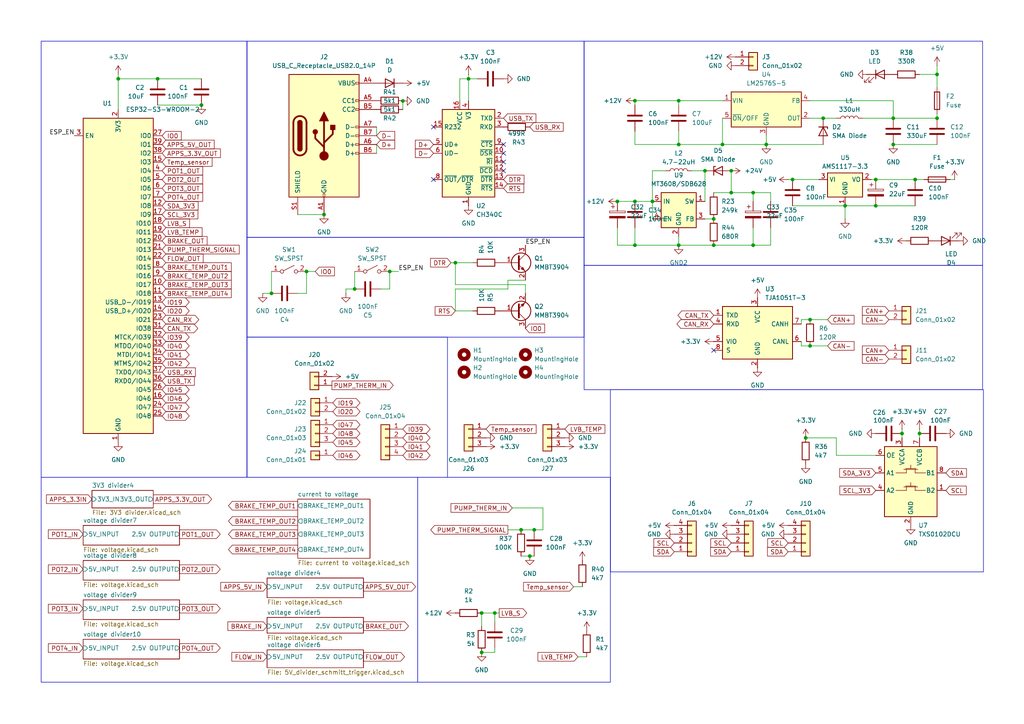
<source format=kicad_sch>
(kicad_sch (version 20231120) (generator "eeschema") (generator_version "8.0")
  (paper "A4")
  (junction (at 196.85 29.21))
  (junction (at 179.07 58.42))
  (junction (at 271.78 34.29))
  (junction (at 271.78 21.59))
  (junction (at 234.95 92.71))
  (junction (at 153.67 161.29))
  (junction (at 78.74 85.09))
  (junction (at 261.62 125.73))
  (junction (at 218.44 55.88))
  (junction (at 196.85 41.91))
  (junction (at 233.68 127))
  (junction (at 58.42 30.48))
  (junction (at 207.01 71.12))
  (junction (at 189.23 58.42))
  (junction (at 113.03 78.74))
  (junction (at 238.76 34.29))
  (junction (at 102.87 83.82))
  (junction (at 34.29 22.86))
  (junction (at 254 52.07))
  (junction (at 139.7 189.23))
  (junction (at 259.08 34.29))
  (junction (at 266.7 125.73))
  (junction (at 88.9 78.74))
  (junction (at 229.87 52.07))
  (junction (at 254 59.69))
  (junction (at 218.44 71.12))
  (junction (at 151.13 153.67))
  (junction (at 222.25 41.91))
  (junction (at 207.01 63.5))
  (junction (at 135.89 22.86))
  (junction (at 116.84 29.2879))
  (junction (at 204.47 49.53))
  (junction (at 209.55 41.91))
  (junction (at 184.15 71.12))
  (junction (at 196.85 71.12))
  (junction (at 45.72 22.86))
  (junction (at 154.94 153.67))
  (junction (at 139.7 177.8))
  (junction (at 212.09 55.88))
  (junction (at 143.51 177.8))
  (junction (at 132.08 76.2))
  (junction (at 234.95 100.33))
  (junction (at 245.11 59.69))
  (junction (at 184.15 29.21))
  (junction (at 212.09 49.53))
  (junction (at 184.15 58.42))
  (junction (at 93.98 62.23))
  (junction (at 259.08 41.91))
  (junction (at 265.43 52.07))
  (no_connect (at 125.73 36.83))
  (no_connect (at 146.05 41.91))
  (no_connect (at 125.73 52.07))
  (no_connect (at 146.05 44.45))
  (no_connect (at 146.05 46.99))
  (no_connect (at 146.05 49.53))
  (no_connect (at 207.01 101.6))
  (wire (pts (xy 189.23 63.5) (xy 189.23 58.42)))
  (wire (pts (xy 45.72 22.86) (xy 34.29 22.86)))
  (wire (pts (xy 157.48 153.67) (xy 154.94 153.67)))
  (wire (pts (xy 254 59.69) (xy 265.43 59.69)))
  (wire (pts (xy 266.7 124.46) (xy 266.7 125.73)))
  (wire (pts (xy 157.48 147.32) (xy 157.48 153.67)))
  (wire (pts (xy 196.85 71.12) (xy 207.01 71.12)))
  (wire (pts (xy 130.81 76.2) (xy 132.08 76.2)))
  (wire (pts (xy 86.36 85.09) (xy 88.9 85.09)))
  (wire (pts (xy 143.51 177.8) (xy 144.78 177.8)))
  (wire (pts (xy 271.78 19.05) (xy 271.78 21.59)))
  (wire (pts (xy 184.15 41.91) (xy 184.15 38.1)))
  (wire (pts (xy 154.94 161.29) (xy 153.67 161.29)))
  (wire (pts (xy 261.62 125.73) (xy 261.62 127)))
  (wire (pts (xy 238.76 34.29) (xy 234.95 34.29)))
  (wire (pts (xy 250.19 34.29) (xy 259.08 34.29)))
  (wire (pts (xy 207.01 63.5) (xy 204.47 63.5)))
  (wire (pts (xy 229.87 59.69) (xy 245.11 59.69)))
  (wire (pts (xy 200.66 49.53) (xy 204.47 49.53)))
  (wire (pts (xy 100.33 85.09) (xy 100.33 83.82)))
  (wire (pts (xy 234.95 100.33) (xy 240.03 100.33)))
  (wire (pts (xy 109.22 36.83) (xy 109.22 39.37)))
  (wire (pts (xy 139.7 177.8) (xy 143.51 177.8)))
  (wire (pts (xy 204.47 49.53) (xy 204.47 58.42)))
  (wire (pts (xy 152.4 82.55) (xy 152.4 85.09)))
  (wire (pts (xy 184.15 29.21) (xy 184.15 30.48)))
  (wire (pts (xy 179.07 58.42) (xy 184.15 58.42)))
  (wire (pts (xy 76.2 85.09) (xy 78.74 85.09)))
  (wire (pts (xy 167.64 190.5) (xy 170.18 190.5)))
  (wire (pts (xy 116.84 29.21) (xy 116.84 29.2879)))
  (wire (pts (xy 222.25 41.91) (xy 222.25 39.37)))
  (wire (pts (xy 100.33 83.82) (xy 102.87 83.82)))
  (wire (pts (xy 242.57 127) (xy 233.68 127)))
  (wire (pts (xy 212.09 55.88) (xy 207.01 55.88)))
  (wire (pts (xy 266.7 21.59) (xy 271.78 21.59)))
  (wire (pts (xy 143.51 189.23) (xy 139.7 189.23)))
  (wire (pts (xy 179.07 66.04) (xy 179.07 71.12)))
  (wire (pts (xy 232.41 92.71) (xy 232.41 93.98)))
  (wire (pts (xy 184.15 29.21) (xy 196.85 29.21)))
  (wire (pts (xy 193.04 49.53) (xy 189.23 49.53)))
  (wire (pts (xy 102.87 83.82) (xy 102.87 78.74)))
  (wire (pts (xy 139.7 177.8) (xy 139.7 181.61)))
  (wire (pts (xy 254 132.08) (xy 242.57 132.08)))
  (wire (pts (xy 229.87 52.07) (xy 237.49 52.07)))
  (wire (pts (xy 232.41 92.71) (xy 234.95 92.71)))
  (wire (pts (xy 261.62 124.46) (xy 261.62 125.73)))
  (wire (pts (xy 88.9 78.74) (xy 88.9 85.09)))
  (wire (pts (xy 116.84 29.2879) (xy 116.84 31.75)))
  (wire (pts (xy 196.85 71.12) (xy 196.85 68.58)))
  (wire (pts (xy 148.59 147.32) (xy 157.48 147.32)))
  (wire (pts (xy 228.6 52.07) (xy 229.87 52.07)))
  (wire (pts (xy 196.85 29.21) (xy 196.85 30.48)))
  (wire (pts (xy 232.41 100.33) (xy 234.95 100.33)))
  (wire (pts (xy 132.08 82.55) (xy 152.4 82.55)))
  (wire (pts (xy 179.07 71.12) (xy 184.15 71.12)))
  (wire (pts (xy 234.95 92.71) (xy 240.03 92.71)))
  (wire (pts (xy 238.76 34.29) (xy 242.57 34.29)))
  (wire (pts (xy 196.85 38.1) (xy 196.85 41.91)))
  (wire (pts (xy 34.29 22.86) (xy 34.29 31.75)))
  (wire (pts (xy 242.57 132.08) (xy 242.57 127)))
  (wire (pts (xy 113.03 78.74) (xy 113.03 83.82)))
  (wire (pts (xy 254 52.07) (xy 265.43 52.07)))
  (wire (pts (xy 88.9 78.74) (xy 91.44 78.74)))
  (wire (pts (xy 223.52 66.04) (xy 223.52 71.12)))
  (wire (pts (xy 86.36 62.23) (xy 93.98 62.23)))
  (wire (pts (xy 222.25 41.91) (xy 238.76 41.91)))
  (wire (pts (xy 223.52 55.88) (xy 218.44 55.88)))
  (wire (pts (xy 245.11 59.69) (xy 245.11 63.5)))
  (wire (pts (xy 147.32 83.82) (xy 147.32 81.28)))
  (wire (pts (xy 78.74 85.09) (xy 78.74 78.74)))
  (wire (pts (xy 234.95 29.21) (xy 259.08 29.21)))
  (wire (pts (xy 58.42 30.48) (xy 45.72 30.48)))
  (wire (pts (xy 133.35 22.86) (xy 135.89 22.86)))
  (wire (pts (xy 115.57 78.74) (xy 113.03 78.74)))
  (wire (pts (xy 196.85 29.21) (xy 209.55 29.21)))
  (wire (pts (xy 275.59 52.07) (xy 276.86 52.07)))
  (wire (pts (xy 212.09 55.88) (xy 212.09 49.53)))
  (wire (pts (xy 209.55 34.29) (xy 209.55 41.91)))
  (wire (pts (xy 135.89 21.59) (xy 135.89 22.86)))
  (wire (pts (xy 259.08 29.21) (xy 259.08 34.29)))
  (wire (pts (xy 223.52 55.88) (xy 223.52 58.42)))
  (wire (pts (xy 184.15 41.91) (xy 196.85 41.91)))
  (wire (pts (xy 245.11 59.69) (xy 254 59.69)))
  (wire (pts (xy 184.15 66.04) (xy 184.15 71.12)))
  (wire (pts (xy 135.89 22.86) (xy 135.89 29.21)))
  (wire (pts (xy 189.23 49.53) (xy 189.23 58.42)))
  (wire (pts (xy 143.51 187.96) (xy 143.51 189.23)))
  (wire (pts (xy 252.73 52.07) (xy 254 52.07)))
  (wire (pts (xy 143.51 180.34) (xy 143.51 177.8)))
  (wire (pts (xy 138.43 22.86) (xy 135.89 22.86)))
  (wire (pts (xy 132.08 82.55) (xy 132.08 76.2)))
  (wire (pts (xy 58.42 22.86) (xy 45.72 22.86)))
  (wire (pts (xy 166.37 170.18) (xy 168.91 170.18)))
  (wire (pts (xy 154.94 153.67) (xy 151.13 153.67)))
  (wire (pts (xy 266.7 125.73) (xy 266.7 127)))
  (wire (pts (xy 259.08 41.91) (xy 271.78 41.91)))
  (wire (pts (xy 137.16 90.17) (xy 132.08 90.17)))
  (wire (pts (xy 265.43 52.07) (xy 267.97 52.07)))
  (wire (pts (xy 212.09 55.88) (xy 218.44 55.88)))
  (wire (pts (xy 147.32 81.28) (xy 152.4 81.28)))
  (wire (pts (xy 209.55 41.91) (xy 222.25 41.91)))
  (wire (pts (xy 132.08 83.82) (xy 132.08 90.17)))
  (wire (pts (xy 271.78 21.59) (xy 271.78 25.4)))
  (wire (pts (xy 132.08 76.2) (xy 137.16 76.2)))
  (wire (pts (xy 153.67 161.29) (xy 151.13 161.29)))
  (wire (pts (xy 218.44 66.04) (xy 218.44 71.12)))
  (wire (pts (xy 133.35 29.21) (xy 133.35 22.86)))
  (wire (pts (xy 196.85 41.91) (xy 209.55 41.91)))
  (wire (pts (xy 271.78 33.02) (xy 271.78 34.29)))
  (wire (pts (xy 132.08 83.82) (xy 147.32 83.82)))
  (wire (pts (xy 218.44 58.42) (xy 218.44 55.88)))
  (wire (pts (xy 259.08 34.29) (xy 271.78 34.29)))
  (wire (pts (xy 34.29 21.59) (xy 34.29 22.86)))
  (wire (pts (xy 232.41 100.33) (xy 232.41 99.06)))
  (wire (pts (xy 184.15 71.12) (xy 196.85 71.12)))
  (wire (pts (xy 110.49 83.82) (xy 113.03 83.82)))
  (wire (pts (xy 223.52 71.12) (xy 218.44 71.12)))
  (wire (pts (xy 184.15 58.42) (xy 189.23 58.42)))
  (wire (pts (xy 151.13 153.67) (xy 147.32 153.67)))
  (wire (pts (xy 218.44 71.12) (xy 207.01 71.12)))
  (wire (pts (xy 109.22 41.91) (xy 109.22 44.45)))
  (rectangle (start 71.628 11.938) (end 169.418 68.834))
  (rectangle (start 71.628 68.834) (end 169.418 97.79))
  (rectangle (start 177.038 113.03) (end 285.242 165.862))
  (rectangle (start 71.628 97.79) (end 129.794 138.43))
  (rectangle (start 169.418 76.962) (end 284.988 113.03))
  (rectangle (start 121.158 138.43) (end 177.038 197.866))
  (rectangle (start 11.938 11.938) (end 71.628 138.43))
  (rectangle (start 11.938 138.43) (end 121.158 197.866))
  (rectangle (start 169.418 11.938) (end 284.988 76.962))
  (label "ESP_EN" (at 152.4 71.12 0))
  (label "ESP_EN" (at 115.57 78.74 0))
  (label "ESP_EN" (at 21.59 39.37 180))
  (global_label "IO39" (shape bidirectional) (at 46.99 97.79 0) (property "Intersheetrefs" "${INTERSHEET_REFS}" (effects (hide yes))))
  (global_label "APPS_5V_IN" (shape input) (at 77.47 170.18 180) (property "Intersheetrefs" "${INTERSHEET_REFS}" (effects (hide yes))))
  (global_label "USB_RX" (shape input) (at 46.99 107.95 0) (property "Intersheetrefs" "${INTERSHEET_REFS}" (effects (hide yes))))
  (global_label "BRAKE_TEMP_OUT1" (shape output) (at 86.36 146.685 180) (property "Intersheetrefs" "${INTERSHEET_REFS}" (effects (hide yes))))
  (global_label "IO47" (shape bidirectional) (at 46.99 118.11 0) (property "Intersheetrefs" "${INTERSHEET_REFS}" (effects (hide yes))))
  (global_label "PUMP_THERM_IN" (shape input) (at 148.59 147.32 180) (property "Intersheetrefs" "${INTERSHEET_REFS}" (effects (hide yes))))
  (global_label "D-" (shape input) (at 125.73 44.45 180) (property "Intersheetrefs" "${INTERSHEET_REFS}" (effects (hide yes))))
  (global_label "DTR" (shape input) (at 146.05 52.07 0) (property "Intersheetrefs" "${INTERSHEET_REFS}" (effects (hide yes))))
  (global_label "BRAKE_TEMP_OUT2" (shape output) (at 86.36 151.13 180) (property "Intersheetrefs" "${INTERSHEET_REFS}" (effects (hide yes))))
  (global_label "PUMP_THERM_SIGNAL" (shape input) (at 46.99 72.39 0) (property "Intersheetrefs" "${INTERSHEET_REFS}" (effects (hide yes))))
  (global_label "IO46" (shape bidirectional) (at 96.52 132.08 0) (property "Intersheetrefs" "${INTERSHEET_REFS}" (effects (hide yes))))
  (global_label "LVB_TEMP" (shape input) (at 167.64 190.5 180) (property "Intersheetrefs" "${INTERSHEET_REFS}" (effects (hide yes))))
  (global_label "IO40" (shape bidirectional) (at 46.99 100.33 0) (property "Intersheetrefs" "${INTERSHEET_REFS}" (effects (hide yes))))
  (global_label "CAN_TX" (shape bidirectional) (at 207.01 91.44 180) (property "Intersheetrefs" "${INTERSHEET_REFS}" (effects (hide yes))))
  (global_label "SDA" (shape input) (at 195.58 160.02 180) (property "Intersheetrefs" "${INTERSHEET_REFS}" (effects (hide yes))))
  (global_label "BRAKE_TEMP_OUT2" (shape input) (at 46.99 80.01 0) (property "Intersheetrefs" "${INTERSHEET_REFS}" (effects (hide yes))))
  (global_label "CAN_TX" (shape bidirectional) (at 46.99 95.25 0) (property "Intersheetrefs" "${INTERSHEET_REFS}" (effects (hide yes))))
  (global_label "APPS_3.3V_OUT" (shape input) (at 46.99 44.45 0) (property "Intersheetrefs" "${INTERSHEET_REFS}" (effects (hide yes))))
  (global_label "SDA" (shape input) (at 274.32 137.16 0) (property "Intersheetrefs" "${INTERSHEET_REFS}" (effects (hide yes))))
  (global_label "LVB_TEMP" (shape input) (at 46.99 67.31 0) (property "Intersheetrefs" "${INTERSHEET_REFS}" (effects (hide yes))))
  (global_label "APPS_5V_OUT" (shape output) (at 105.41 170.18 0) (property "Intersheetrefs" "${INTERSHEET_REFS}" (effects (hide yes))))
  (global_label "IO41" (shape bidirectional) (at 116.84 129.54 0) (property "Intersheetrefs" "${INTERSHEET_REFS}" (effects (hide yes))))
  (global_label "DTR" (shape input) (at 130.81 76.2 180) (property "Intersheetrefs" "${INTERSHEET_REFS}" (effects (hide yes))))
  (global_label "D+" (shape input) (at 109.22 41.91 0) (property "Intersheetrefs" "${INTERSHEET_REFS}" (effects (hide yes))))
  (global_label "CAN+" (shape input) (at 257.81 90.17 180) (property "Intersheetrefs" "${INTERSHEET_REFS}" (effects (hide yes))))
  (global_label "FLOW_IN" (shape input) (at 77.47 190.5 180) (property "Intersheetrefs" "${INTERSHEET_REFS}" (effects (hide yes))))
  (global_label "POT4_OUT" (shape input) (at 46.99 57.15 0) (property "Intersheetrefs" "${INTERSHEET_REFS}" (effects (hide yes))))
  (global_label "USB_RX" (shape input) (at 153.67 36.83 0) (property "Intersheetrefs" "${INTERSHEET_REFS}" (effects (hide yes))))
  (global_label "POT3_IN" (shape input) (at 24.13 176.53 180) (property "Intersheetrefs" "${INTERSHEET_REFS}" (effects (hide yes))))
  (global_label "IO20" (shape bidirectional) (at 46.99 90.17 0) (property "Intersheetrefs" "${INTERSHEET_REFS}" (effects (hide yes))))
  (global_label "D-" (shape input) (at 109.22 39.37 0) (property "Intersheetrefs" "${INTERSHEET_REFS}" (effects (hide yes))))
  (global_label "IO19" (shape bidirectional) (at 46.99 87.63 0) (property "Intersheetrefs" "${INTERSHEET_REFS}" (effects (hide yes))))
  (global_label "SCL" (shape input) (at 195.58 157.48 180) (property "Intersheetrefs" "${INTERSHEET_REFS}" (effects (hide yes))))
  (global_label "APPS_3.3IN" (shape input) (at 26.67 144.78 180) (property "Intersheetrefs" "${INTERSHEET_REFS}" (effects (hide yes))))
  (global_label "BRAKE_TEMP_OUT4" (shape input) (at 46.99 85.09 0) (property "Intersheetrefs" "${INTERSHEET_REFS}" (effects (hide yes))))
  (global_label "CAN-" (shape input) (at 257.81 92.71 180) (property "Intersheetrefs" "${INTERSHEET_REFS}" (effects (hide yes))))
  (global_label "POT1_OUT" (shape input) (at 46.99 49.53 0) (property "Intersheetrefs" "${INTERSHEET_REFS}" (effects (hide yes))))
  (global_label "SDA_3V3" (shape input) (at 254 137.16 180) (property "Intersheetrefs" "${INTERSHEET_REFS}" (effects (hide yes))))
  (global_label "RTS" (shape input) (at 132.08 90.17 180) (property "Intersheetrefs" "${INTERSHEET_REFS}" (effects (hide yes))))
  (global_label "CAN-" (shape input) (at 240.03 100.33 0) (property "Intersheetrefs" "${INTERSHEET_REFS}" (effects (hide yes))))
  (global_label "IO19" (shape bidirectional) (at 96.52 116.84 0) (property "Intersheetrefs" "${INTERSHEET_REFS}" (effects (hide yes))))
  (global_label "IO48" (shape bidirectional) (at 46.99 120.65 0) (property "Intersheetrefs" "${INTERSHEET_REFS}" (effects (hide yes))))
  (global_label "BRAKE_TEMP_OUT3" (shape input) (at 46.99 82.55 0) (property "Intersheetrefs" "${INTERSHEET_REFS}" (effects (hide yes))))
  (global_label "POT2_IN" (shape input) (at 24.13 165.1 180) (property "Intersheetrefs" "${INTERSHEET_REFS}" (effects (hide yes))))
  (global_label "FLOW_OUT" (shape input) (at 46.99 74.93 0) (property "Intersheetrefs" "${INTERSHEET_REFS}" (effects (hide yes))))
  (global_label "BRAKE_TEMP_OUT3" (shape output) (at 86.36 154.94 180) (property "Intersheetrefs" "${INTERSHEET_REFS}" (effects (hide yes))))
  (global_label "POT2_OUT" (shape output) (at 52.07 165.1 0) (property "Intersheetrefs" "${INTERSHEET_REFS}" (effects (hide yes))))
  (global_label "POT4_OUT" (shape output) (at 52.07 187.96 0) (property "Intersheetrefs" "${INTERSHEET_REFS}" (effects (hide yes))))
  (global_label "SCL_3V3" (shape input) (at 46.99 62.23 0) (property "Intersheetrefs" "${INTERSHEET_REFS}" (effects (hide yes))))
  (global_label "PUMP_THERM_SIGNAL" (shape output) (at 147.32 153.67 180) (property "Intersheetrefs" "${INTERSHEET_REFS}" (effects (hide yes))))
  (global_label "POT4_IN" (shape input) (at 24.13 187.96 180) (property "Intersheetrefs" "${INTERSHEET_REFS}" (effects (hide yes))))
  (global_label "SCL_3V3" (shape input) (at 254 142.24 180) (property "Intersheetrefs" "${INTERSHEET_REFS}" (effects (hide yes))))
  (global_label "IO40" (shape bidirectional) (at 116.84 127 0) (property "Intersheetrefs" "${INTERSHEET_REFS}" (effects (hide yes))))
  (global_label "CAN_RX" (shape bidirectional) (at 46.99 92.71 0) (property "Intersheetrefs" "${INTERSHEET_REFS}" (effects (hide yes))))
  (global_label "IO48" (shape bidirectional) (at 96.52 125.73 0) (property "Intersheetrefs" "${INTERSHEET_REFS}" (effects (hide yes))))
  (global_label "LVB_S" (shape input) (at 46.99 64.77 0) (property "Intersheetrefs" "${INTERSHEET_REFS}" (effects (hide yes))))
  (global_label "SCL" (shape input) (at 228.6 157.48 180) (property "Intersheetrefs" "${INTERSHEET_REFS}" (effects (hide yes))))
  (global_label "IO0" (shape input) (at 46.99 39.37 0) (property "Intersheetrefs" "${INTERSHEET_REFS}" (effects (hide yes))))
  (global_label "Temp_sensor" (shape input) (at 166.37 170.18 180) (property "Intersheetrefs" "${INTERSHEET_REFS}" (effects (hide yes))))
  (global_label "IO0" (shape input) (at 91.44 78.74 0) (property "Intersheetrefs" "${INTERSHEET_REFS}" (effects (hide yes))))
  (global_label "SCL" (shape input) (at 274.32 142.24 0) (property "Intersheetrefs" "${INTERSHEET_REFS}" (effects (hide yes))))
  (global_label "FLOW_OUT" (shape output) (at 105.41 190.5 0) (property "Intersheetrefs" "${INTERSHEET_REFS}" (effects (hide yes))))
  (global_label "IO45" (shape bidirectional) (at 96.52 128.27 0) (property "Intersheetrefs" "${INTERSHEET_REFS}" (effects (hide yes))))
  (global_label "IO45" (shape bidirectional) (at 46.99 113.03 0) (property "Intersheetrefs" "${INTERSHEET_REFS}" (effects (hide yes))))
  (global_label "POT1_IN" (shape input) (at 24.13 154.94 180) (property "Intersheetrefs" "${INTERSHEET_REFS}" (effects (hide yes))))
  (global_label "SDA_3V3" (shape input) (at 46.99 59.69 0) (property "Intersheetrefs" "${INTERSHEET_REFS}" (effects (hide yes))))
  (global_label "BRAKE_IN" (shape input) (at 77.47 181.61 180) (property "Intersheetrefs" "${INTERSHEET_REFS}" (effects (hide yes))))
  (global_label "POT3_OUT" (shape output) (at 52.07 176.53 0) (property "Intersheetrefs" "${INTERSHEET_REFS}" (effects (hide yes))))
  (global_label "IO42" (shape bidirectional) (at 46.99 105.41 0) (property "Intersheetrefs" "${INTERSHEET_REFS}" (effects (hide yes))))
  (global_label "CAN_RX" (shape bidirectional) (at 207.01 93.98 180) (property "Intersheetrefs" "${INTERSHEET_REFS}" (effects (hide yes))))
  (global_label "CAN+" (shape input) (at 257.81 101.6 180) (property "Intersheetrefs" "${INTERSHEET_REFS}" (effects (hide yes))))
  (global_label "APPS_3.3V_OUT" (shape output) (at 44.45 144.78 0) (property "Intersheetrefs" "${INTERSHEET_REFS}" (effects (hide yes))))
  (global_label "CAN-" (shape input) (at 257.81 104.14 180) (property "Intersheetrefs" "${INTERSHEET_REFS}" (effects (hide yes))))
  (global_label "IO46" (shape bidirectional) (at 46.99 115.57 0) (property "Intersheetrefs" "${INTERSHEET_REFS}" (effects (hide yes))))
  (global_label "BRAKE_TEMP_OUT4" (shape output) (at 86.36 159.385 180) (property "Intersheetrefs" "${INTERSHEET_REFS}" (effects (hide yes))))
  (global_label "LVB_TEMP" (shape input) (at 163.83 124.46 0) (property "Intersheetrefs" "${INTERSHEET_REFS}" (effects (hide yes))))
  (global_label "IO42" (shape bidirectional) (at 116.84 132.08 0) (property "Intersheetrefs" "${INTERSHEET_REFS}" (effects (hide yes))))
  (global_label "USB_TX" (shape input) (at 146.05 34.29 0) (property "Intersheetrefs" "${INTERSHEET_REFS}" (effects (hide yes))))
  (global_label "IO41" (shape bidirectional) (at 46.99 102.87 0) (property "Intersheetrefs" "${INTERSHEET_REFS}" (effects (hide yes))))
  (global_label "POT2_OUT" (shape input) (at 46.99 52.07 0) (property "Intersheetrefs" "${INTERSHEET_REFS}" (effects (hide yes))))
  (global_label "PUMP_THERM_IN" (shape output) (at 96.266 111.76 0) (property "Intersheetrefs" "${INTERSHEET_REFS}" (effects (hide yes))))
  (global_label "D+" (shape input) (at 125.73 41.91 180) (property "Intersheetrefs" "${INTERSHEET_REFS}" (effects (hide yes))))
  (global_label "SCL" (shape input) (at 212.09 157.48 180) (property "Intersheetrefs" "${INTERSHEET_REFS}" (effects (hide yes))))
  (global_label "SDA" (shape input) (at 228.6 160.02 180) (property "Intersheetrefs" "${INTERSHEET_REFS}" (effects (hide yes))))
  (global_label "CAN+" (shape input) (at 240.03 92.71 0) (property "Intersheetrefs" "${INTERSHEET_REFS}" (effects (hide yes))))
  (global_label "RTS" (shape input) (at 146.05 54.61 0) (property "Intersheetrefs" "${INTERSHEET_REFS}" (effects (hide yes))))
  (global_label "LVB_S" (shape output) (at 144.78 177.8 0) (property "Intersheetrefs" "${INTERSHEET_REFS}" (effects (hide yes))))
  (global_label "IO47" (shape bidirectional) (at 96.52 123.19 0) (property "Intersheetrefs" "${INTERSHEET_REFS}" (effects (hide yes))))
  (global_label "BRAKE_OUT" (shape input) (at 46.99 69.85 0) (property "Intersheetrefs" "${INTERSHEET_REFS}" (effects (hide yes))))
  (global_label "IO0" (shape input) (at 152.4 95.25 0) (property "Intersheetrefs" "${INTERSHEET_REFS}" (effects (hide yes))))
  (global_label "POT3_OUT" (shape input) (at 46.99 54.61 0) (property "Intersheetrefs" "${INTERSHEET_REFS}" (effects (hide yes))))
  (global_label "Temp_sensor" (shape input) (at 140.97 124.46 0) (property "Intersheetrefs" "${INTERSHEET_REFS}" (effects (hide yes))))
  (global_label "BRAKE_TEMP_OUT1" (shape input) (at 46.99 77.47 0) (property "Intersheetrefs" "${INTERSHEET_REFS}" (effects (hide yes))))
  (global_label "IO39" (shape bidirectional) (at 116.84 124.46 0) (property "Intersheetrefs" "${INTERSHEET_REFS}" (effects (hide yes))))
  (global_label "IO20" (shape bidirectional) (at 96.52 119.38 0) (property "Intersheetrefs" "${INTERSHEET_REFS}" (effects (hide yes))))
  (global_label "SDA" (shape input) (at 212.09 160.02 180) (property "Intersheetrefs" "${INTERSHEET_REFS}" (effects (hide yes))))
  (global_label "BRAKE_OUT" (shape output) (at 105.41 181.61 0) (property "Intersheetrefs" "${INTERSHEET_REFS}" (effects (hide yes))))
  (global_label "POT1_OUT" (shape output) (at 52.07 154.94 0) (property "Intersheetrefs" "${INTERSHEET_REFS}" (effects (hide yes))))
  (global_label "APPS_5V_OUT" (shape input) (at 46.99 41.91 0) (property "Intersheetrefs" "${INTERSHEET_REFS}" (effects (hide yes))))
  (global_label "Temp_sensor" (shape input) (at 46.99 46.99 0) (property "Intersheetrefs" "${INTERSHEET_REFS}" (effects (hide yes))))
  (global_label "USB_TX" (shape input) (at 46.99 110.49 0) (property "Intersheetrefs" "${INTERSHEET_REFS}" (effects (hide yes))))
  (symbol (lib_id "Device:R") (at 139.7 185.42 0) (mirror x) (unit 1)
    (property "Reference" "R3" (at 137.8313 184.1499 0) (effects (justify right)))
    (property "Value" "5k" (at 137.8313 186.6899 0) (effects (justify right)))
    (property "Footprint" "RMC_Resistor:R_0805_2012Metric_Pad1.20x1.40mm_HandSolder_L" (effects (hide yes)))
    (property "Description" "Resistor" (effects (hide yes)))
  )
  (symbol (lib_id "power:GND") (at 254 125.73 270) (unit 1)
    (property "Reference" "#PWR075" (effects (hide yes)))
    (property "Value" "GND" (at 250.19 125.7299 90) (effects (justify right)))
    (property "Description" "Power symbol creates a global label with name \"GND\" , ground" (effects (hide yes)))
  )
  (symbol (lib_id "power:+12V") (at 213.36 16.51 90) (unit 1)
    (property "Reference" "#PWR06" (effects (hide yes)))
    (property "Value" "+12V" (at 209.55 16.5099 90) (effects (justify left)))
    (property "Description" "Power symbol creates a global label with name \"+12V\"" (effects (hide yes)))
  )
  (symbol (lib_id "power:GND") (at 212.09 154.94 270) (mirror x) (unit 1)
    (property "Reference" "#PWR020" (effects (hide yes)))
    (property "Value" "GND" (at 208.28 154.9399 90) (effects (justify right)))
    (property "Description" "Power symbol creates a global label with name \"GND\" , ground" (effects (hide yes)))
  )
  (symbol (lib_id "Device:C") (at 223.52 62.23 180) (unit 1)
    (property "Reference" "C35" (at 227.33 60.9599 0) (effects (justify right)))
    (property "Value" "100nF" (at 227.33 63.4999 0) (effects (justify right)))
    (property "Footprint" "RMC_Capacitor:C_0805_2012Metric_Pad1.18x1.45mm_HandSolder_L" (effects (hide yes)))
    (property "Description" "Unpolarized capacitor" (effects (hide yes)))
  )
  (symbol (lib_id "Device:R") (at 140.97 90.17 90) (mirror x) (unit 1)
    (property "Reference" "R5" (at 142.2401 87.63 0) (effects (justify right)))
    (property "Value" "10K" (at 139.7001 87.63 0) (effects (justify right)))
    (property "Footprint" "RMC_Resistor:R_0805_2012Metric_Pad1.20x1.40mm_HandSolder_L" (effects (hide yes)))
    (property "Description" "Resistor" (effects (hide yes)))
  )
  (symbol (lib_id "power:+5V") (at 96.266 109.22 270) (mirror x) (unit 1)
    (property "Reference" "#PWR079" (effects (hide yes)))
    (property "Value" "+5V" (at 100.076 109.2199 90) (effects (justify left)))
    (property "Description" "Power symbol creates a global label with name \"+5V\"" (effects (hide yes)))
  )
  (symbol (lib_id "Device:LED") (at 255.27 21.59 0) (unit 1)
    (property "Reference" "D3" (at 253.6825 15.24 0))
    (property "Value" "LED" (at 253.6825 17.78 0))
    (property "Footprint" "RMC_LED:LED_0805_2012Metric_Pad1.45x1.40mm_HandSolder" (effects (hide yes)))
    (property "Description" "Light emitting diode" (effects (hide yes)))
  )
  (symbol (lib_id "Connector_Generic:Conn_01x02") (at 218.44 16.51 0) (unit 1)
    (property "Reference" "J3" (at 220.98 16.5099 0) (effects (justify left)))
    (property "Value" "Conn_01x02" (at 220.98 19.0499 0) (effects (justify left)))
    (property "Footprint" "Connector_JST:JST_VH_B2P-VH_1x02_P3.96mm_Vertical" (effects (hide yes)))
    (property "Description" "Generic connector, single row, 01x02, script generated (kicad-library-utils/schlib/autogen/connector/)" (effects (hide yes)))
  )
  (symbol (lib_id "power:+5V") (at 212.09 152.4 90) (mirror x) (unit 1)
    (property "Reference" "#PWR019" (effects (hide yes)))
    (property "Value" "+5V" (at 208.28 152.3999 90) (effects (justify left)))
    (property "Description" "Power symbol creates a global label with name \"+5V\"" (effects (hide yes)))
  )
  (symbol (lib_id "Connector_Generic:Conn_01x02") (at 91.186 111.76 180) (unit 1)
    (property "Reference" "J20" (at 91.186 102.87 0))
    (property "Value" "Conn_01x02" (at 91.186 105.41 0))
    (property "Footprint" "Connector_JST:JST_XH_B2B-XH-A_1x02_P2.50mm_Vertical" (effects (hide yes)))
    (property "Description" "Generic connector, single row, 01x02, script generated (kicad-library-utils/schlib/autogen/connector/)" (effects (hide yes)))
  )
  (symbol (lib_id "Interface_CAN_LIN:TJA1051T-3") (at 219.71 96.52 0) (unit 1)
    (property "Reference" "U3" (at 221.9041 83.82 0) (effects (justify left)))
    (property "Value" "TJA1051T-3" (at 221.9041 86.36 0) (effects (justify left)))
    (property "Footprint" "RMC_SO:SOIC-8_3.9x4.9mm_P1.27mm_RMC_Handsolder" (effects (hide yes)))
    (property "Datasheet" "http://www.nxp.com/docs/en/data-sheet/TJA1051.pdf" (effects (hide yes)))
    (property "Description" "High-Speed CAN Transceiver, separate VIO, silent mode, SOIC-8" (effects (hide yes)))
  )
  (symbol (lib_id "Device:R") (at 135.89 177.8 90) (unit 1)
    (property "Reference" "R2" (at 135.89 171.45 90))
    (property "Value" "1k" (at 135.89 173.99 90))
    (property "Footprint" "RMC_Resistor:R_0805_2012Metric_Pad1.20x1.40mm_HandSolder_L" (effects (hide yes)))
    (property "Description" "Resistor" (effects (hide yes)))
  )
  (symbol (lib_id "Device:R") (at 233.68 130.81 0) (unit 1)
    (property "Reference" "R36" (at 236.22 129.5399 0) (effects (justify left)))
    (property "Value" "4k7" (at 236.22 132.0799 0) (effects (justify left)))
    (property "Footprint" "RMC_Resistor:R_0805_2012Metric_Pad1.20x1.40mm_HandSolder_L" (effects (hide yes)))
    (property "Description" "Resistor" (effects (hide yes)))
  )
  (symbol (lib_id "Connector_Generic:Conn_01x02") (at 262.89 101.6 0) (unit 1)
    (property "Reference" "J11" (at 265.43 101.5999 0) (effects (justify left)))
    (property "Value" "Conn_01x02" (at 265.43 104.1399 0) (effects (justify left)))
    (property "Footprint" "Connector_JST:JST_XH_B2B-XH-A_1x02_P2.50mm_Vertical" (effects (hide yes)))
    (property "Description" "Generic connector, single row, 01x02, script generated (kicad-library-utils/schlib/autogen/connector/)" (effects (hide yes)))
  )
  (symbol (lib_id "RF_Module:ESP32-S3-WROOM-2") (at 34.29 80.01 0) (unit 1)
    (property "Reference" "U1" (at 32.512 29.972 0) (effects (justify right)))
    (property "Value" "ESP32-S3-WROOM-2" (at 36.4841 31.75 0) (effects (justify left)))
    (property "Footprint" "to be sorted:ESP32-WROOM-S3-2" (effects (hide yes)))
    (property "Datasheet" "https://www.espressif.com/sites/default/files/documentation/esp32-s3-wroom-2_datasheet_en.pdf" (effects (hide yes)))
    (property "Description" "RF Module, 2.4 GHz, Wi­-Fi, Bluetooth, BLE, ESP32­-S3R8V" (effects (hide yes)))
  )
  (symbol (lib_id "power:GND") (at 163.83 127 90) (mirror x) (unit 1)
    (property "Reference" "#PWR090" (effects (hide yes)))
    (property "Value" "GND" (at 167.64 127.0001 90) (effects (justify right)))
    (property "Description" "Power symbol creates a global label with name \"GND\" , ground" (effects (hide yes)))
  )
  (symbol (lib_id "Connector_Generic:Conn_01x04") (at 233.68 157.48 0) (mirror x) (unit 1)
    (property "Reference" "J10" (at 233.68 146.05 0))
    (property "Value" "Conn_01x04" (at 233.68 148.59 0))
    (property "Footprint" "Connector_JST:JST_XH_B4B-XH-A_1x04_P2.50mm_Vertical" (effects (hide yes)))
    (property "Description" "Generic connector, single row, 01x04, script generated (kicad-library-utils/schlib/autogen/connector/)" (effects (hide yes)))
  )
  (symbol (lib_id "Device:D_Zener") (at 208.28 49.53 0) (unit 1)
    (property "Reference" "D5" (at 208.28 43.6814 0))
    (property "Value" "SMA Diode" (at 208.28 46.2214 0))
    (property "Footprint" "Diode_SMD:D_SMA_Handsoldering" (effects (hide yes)))
    (property "Description" "Zener diode" (effects (hide yes)))
  )
  (symbol (lib_id "Device:R") (at 207.01 67.31 0) (unit 1)
    (property "Reference" "R44" (at 209.2197 66.0399 0) (effects (justify left)))
    (property "Value" "680R" (at 209.2197 68.5799 0) (effects (justify left)))
    (property "Footprint" "RMC_Resistor:R_0805_2012Metric_Pad1.20x1.40mm_HandSolder_L" (effects (hide yes)))
    (property "Description" "Resistor" (effects (hide yes)))
  )
  (symbol (lib_id "Switch:SW_SPST") (at 107.95 78.74 0) (unit 1)
    (property "Reference" "SW2" (at 107.95 72.39 0))
    (property "Value" "SW_SPST" (at 107.95 74.93 0))
    (property "Footprint" "Button_Switch_THT:SW_PUSH_6mm_H5mm" (effects (hide yes)))
    (property "Description" "Single Pole Single Throw (SPST) switch" (effects (hide yes)))
  )
  (symbol (lib_id "power:+3.3V") (at 261.62 124.46 0) (unit 1)
    (property "Reference" "#PWR074" (effects (hide yes)))
    (property "Value" "+3.3V" (at 261.62 119.38 0))
    (property "Description" "Power symbol creates a global label with name \"+3.3V\"" (effects (hide yes)))
  )
  (symbol (lib_id "Device:R") (at 234.95 96.52 0) (unit 1)
    (property "Reference" "R6" (at 237.49 95.2499 0) (effects (justify left)))
    (property "Value" "120R" (at 237.49 97.7899 0) (effects (justify left)))
    (property "Footprint" "RMC_Resistor:R_0805_2012Metric_Pad1.20x1.40mm_HandSolder_L" (effects (hide yes)))
    (property "Description" "Resistor" (effects (hide yes)))
  )
  (symbol (lib_id "Device:Fuse") (at 271.78 52.07 270) (unit 1)
    (property "Reference" "F1" (at 271.78 45.72 90))
    (property "Value" "Fuse" (at 271.78 48.26 90))
    (property "Footprint" "Fuse:Fuse_1210_3225Metric_Pad1.42x2.65mm_HandSolder" (effects (hide yes)))
    (property "Description" "Fuse" (effects (hide yes)))
  )
  (symbol (lib_id "Device:C") (at 143.51 184.15 0) (mirror y) (unit 1)
    (property "Reference" "C29" (at 149.86 182.88 0))
    (property "Value" "100nF" (at 149.86 185.42 0))
    (property "Footprint" "RMC_Capacitor:C_0805_2012Metric_Pad1.18x1.45mm_HandSolder_L" (effects (hide yes)))
    (property "Description" "Unpolarized capacitor" (effects (hide yes)))
  )
  (symbol (lib_id "power:+3.3V") (at 168.91 162.56 0) (unit 1)
    (property "Reference" "#PWR081" (effects (hide yes)))
    (property "Value" "+3.3V" (at 168.91 157.48 0))
    (property "Description" "Power symbol creates a global label with name \"+3.3V\"" (effects (hide yes)))
  )
  (symbol (lib_id "Transistor_BJT:MMBT3904") (at 149.86 90.17 0) (mirror x) (unit 1)
    (property "Reference" "Q2" (at 154.94 88.8999 0) (effects (justify left)))
    (property "Value" "MMBT3904" (at 154.94 91.4399 0) (effects (justify left)))
    (property "Footprint" "Package_TO_SOT_SMD:SOT-23_Handsoldering" (effects (hide yes)))
    (property "Datasheet" "https://www.onsemi.com/pdf/datasheet/pzt3904-d.pdf" (effects (hide yes)))
    (property "Description" "0.2A Ic, 40V Vce, Small Signal NPN Transistor, SOT-23" (effects (hide yes)))
  )
  (symbol (lib_id "Device:C_Polarized") (at 254 55.88 0) (unit 1)
    (property "Reference" "C9" (at 257.81 53.7209 0) (effects (justify left)))
    (property "Value" "22uF" (at 257.81 56.2609 0) (effects (justify left)))
    (property "Footprint" "RMC_Capacitor:C_0805_2012Metric_Pad1.18x1.45mm_HandSolder_L" (effects (hide yes)))
    (property "Description" "Polarized capacitor" (effects (hide yes)))
  )
  (symbol (lib_id "power:GND") (at 100.33 85.09 0) (unit 1)
    (property "Reference" "#PWR022" (effects (hide yes)))
    (property "Value" "GND" (at 100.33 90.17 0))
    (property "Description" "Power symbol creates a global label with name \"GND\" , ground" (effects (hide yes)))
  )
  (symbol (lib_id "Transistor_BJT:MMBT3904") (at 149.86 76.2 0) (unit 1)
    (property "Reference" "Q1" (at 154.94 74.9299 0) (effects (justify left)))
    (property "Value" "MMBT3904" (at 154.94 77.4699 0) (effects (justify left)))
    (property "Footprint" "Package_TO_SOT_SMD:SOT-23_Handsoldering" (effects (hide yes)))
    (property "Datasheet" "https://www.onsemi.com/pdf/datasheet/pzt3904-d.pdf" (effects (hide yes)))
    (property "Description" "0.2A Ic, 40V Vce, Small Signal NPN Transistor, SOT-23" (effects (hide yes)))
  )
  (symbol (lib_id "Regulator_Switching:MT3608") (at 196.85 60.96 0) (unit 1)
    (property "Reference" "U9" (at 196.85 50.8 0))
    (property "Value" "MT3608/SDB628" (at 196.85 53.34 0))
    (property "Footprint" "Package_TO_SOT_SMD:SOT-23-6_Handsoldering" (effects (hide yes)))
    (property "Datasheet" "https://www.olimex.com/Products/Breadboarding/BB-PWR-3608/resources/MT3608.pdf" (effects (hide yes)))
    (property "Description" "High Efficiency 1.2MHz 2A Step Up Converter, 2-24V Vin, 28V Vout, 4A current limit, 1.2MHz, SOT23-6" (effects (hide yes)))
  )
  (symbol (lib_id "power:GND") (at 251.46 21.59 270) (unit 1)
    (property "Reference" "#PWR083" (effects (hide yes)))
    (property "Value" "GND" (at 247.65 21.5899 90) (effects (justify right)))
    (property "Description" "Power symbol creates a global label with name \"GND\" , ground" (effects (hide yes)))
  )
  (symbol (lib_id "Device:C_Polarized") (at 218.44 62.23 0) (unit 1)
    (property "Reference" "C33" (at 222.25 60.0709 0) (effects (justify left)))
    (property "Value" "22uF" (at 222.25 62.6109 0) (effects (justify left)))
    (property "Footprint" "RMC_Capacitor:C_0805_2012Metric_Pad1.18x1.45mm_HandSolder_L" (effects (hide yes)))
    (property "Description" "Polarized capacitor" (effects (hide yes)))
  )
  (symbol (lib_id "power:+5V") (at 195.58 152.4 90) (mirror x) (unit 1)
    (property "Reference" "#PWR011" (effects (hide yes)))
    (property "Value" "+5V" (at 191.77 152.3999 90) (effects (justify left)))
    (property "Description" "Power symbol creates a global label with name \"+5V\"" (effects (hide yes)))
  )
  (symbol (lib_id "power:+5V") (at 266.7 124.46 0) (unit 1)
    (property "Reference" "#PWR073" (effects (hide yes)))
    (property "Value" "+5V" (at 266.7 119.38 0))
    (property "Description" "Power symbol creates a global label with name \"+5V\"" (effects (hide yes)))
  )
  (symbol (lib_id "power:GND") (at 93.98 62.23 0) (unit 1)
    (property "Reference" "#PWR08" (effects (hide yes)))
    (property "Value" "GND" (at 93.98 67.31 0))
    (property "Description" "Power symbol creates a global label with name \"GND\" , ground" (effects (hide yes)))
  )
  (symbol (lib_id "Device:C") (at 184.15 34.29 180) (unit 1)
    (property "Reference" "C6" (at 187.96 33.0199 0) (effects (justify right)))
    (property "Value" "100nF" (at 187.96 35.5599 0) (effects (justify right)))
    (property "Footprint" "RMC_Capacitor:C_0805_2012Metric_Pad1.18x1.45mm_HandSolder_L" (effects (hide yes)))
    (property "Description" "Unpolarized capacitor" (effects (hide yes)))
  )
  (symbol (lib_id "Device:R") (at 266.7 69.85 90) (unit 1)
    (property "Reference" "R39" (at 266.7 63.5 90))
    (property "Value" "120R" (at 266.7 66.04 90))
    (property "Footprint" "RMC_Resistor:R_0805_2012Metric_Pad1.20x1.40mm_HandSolder_L" (effects (hide yes)))
    (property "Description" "Resistor" (effects (hide yes)))
  )
  (symbol (lib_id "Mechanical:MountingHole") (at 134.62 102.87 0) (unit 1) (exclude_from_sim yes) (in_bom no)
    (property "Reference" "H1" (at 137.16 101.5999 0) (effects (justify left)))
    (property "Value" "MountingHole" (at 137.16 104.1399 0) (effects (justify left)))
    (property "Footprint" "MountingHole:MountingHole_3.2mm_M3" (effects (hide yes)))
    (property "Description" "Mounting Hole without connection" (effects (hide yes)))
  )
  (symbol (lib_id "Device:R") (at 207.01 59.69 0) (unit 1)
    (property "Reference" "R23" (at 209.2197 58.4199 0) (effects (justify left)))
    (property "Value" "249k" (at 209.2197 60.9599 0) (effects (justify left)))
    (property "Footprint" "RMC_Resistor:R_0805_2012Metric_Pad1.20x1.40mm_HandSolder_L" (effects (hide yes)))
    (property "Description" "Resistor" (effects (hide yes)))
  )
  (symbol (lib_id "power:GND") (at 195.58 154.94 270) (mirror x) (unit 1)
    (property "Reference" "#PWR012" (effects (hide yes)))
    (property "Value" "GND" (at 191.77 154.9399 90) (effects (justify right)))
    (property "Description" "Power symbol creates a global label with name \"GND\" , ground" (effects (hide yes)))
  )
  (symbol (lib_id "power:GND") (at 278.13 69.85 90) (unit 1)
    (property "Reference" "#PWR084" (effects (hide yes)))
    (property "Value" "GND" (at 281.94 69.8501 90) (effects (justify right)))
    (property "Description" "Power symbol creates a global label with name \"GND\" , ground" (effects (hide yes)))
  )
  (symbol (lib_id "Device:R") (at 170.18 186.69 0) (unit 1)
    (property "Reference" "R1" (at 172.72 185.4199 0) (effects (justify left)))
    (property "Value" "4k7" (at 172.72 187.9599 0) (effects (justify left)))
    (property "Footprint" "RMC_Resistor:R_0805_2012Metric_Pad1.20x1.40mm_HandSolder_L" (effects (hide yes)))
    (property "Description" "Resistor" (effects (hide yes)))
  )
  (symbol (lib_id "Mechanical:MountingHole") (at 152.4 107.95 0) (unit 1) (exclude_from_sim yes) (in_bom no)
    (property "Reference" "H4" (at 154.94 106.6799 0) (effects (justify left)))
    (property "Value" "MountingHole" (at 154.94 109.2199 0) (effects (justify left)))
    (property "Footprint" "MountingHole:MountingHole_3.2mm_M3" (effects (hide yes)))
    (property "Description" "Mounting Hole without connection" (effects (hide yes)))
  )
  (symbol (lib_id "Device:C") (at 184.15 62.23 180) (unit 1)
    (property "Reference" "C34" (at 187.96 60.9599 0) (effects (justify right)))
    (property "Value" "100nF" (at 187.96 63.4999 0) (effects (justify right)))
    (property "Footprint" "RMC_Capacitor:C_0805_2012Metric_Pad1.18x1.45mm_HandSolder_L" (effects (hide yes)))
    (property "Description" "Unpolarized capacitor" (effects (hide yes)))
  )
  (symbol (lib_id "Connector_Generic:Conn_01x03") (at 158.75 127 0) (mirror y) (unit 1)
    (property "Reference" "J27" (at 158.75 135.89 0))
    (property "Value" "Conn_01x03" (at 158.75 133.35 0))
    (property "Footprint" "Connector_JST:JST_XH_B3B-XH-A_1x03_P2.50mm_Vertical" (effects (hide yes)))
    (property "Description" "Generic connector, single row, 01x03, script generated (kicad-library-utils/schlib/autogen/connector/)" (effects (hide yes)))
  )
  (symbol (lib_id "Device:C") (at 271.78 38.1 180) (unit 1)
    (property "Reference" "C12" (at 275.59 36.8299 0) (effects (justify right)))
    (property "Value" "100nF" (at 275.59 39.3699 0) (effects (justify right)))
    (property "Footprint" "RMC_Capacitor:C_0805_2012Metric_Pad1.18x1.45mm_HandSolder_L" (effects (hide yes)))
    (property "Description" "Unpolarized capacitor" (effects (hide yes)))
  )
  (symbol (lib_id "power:GND") (at 233.68 134.62 0) (unit 1)
    (property "Reference" "#PWR077" (effects (hide yes)))
    (property "Value" "GND" (at 233.68 139.7 0))
    (property "Description" "Power symbol creates a global label with name \"GND\" , ground" (effects (hide yes)))
  )
  (symbol (lib_id "Device:C") (at 106.68 83.82 270) (mirror x) (unit 1)
    (property "Reference" "C5" (at 106.68 91.44 90))
    (property "Value" "100nF" (at 106.68 88.9 90))
    (property "Footprint" "RMC_Capacitor:C_0805_2012Metric_Pad1.18x1.45mm_HandSolder_L" (effects (hide yes)))
    (property "Description" "Unpolarized capacitor" (effects (hide yes)))
  )
  (symbol (lib_id "Connector_Generic:Conn_01x01") (at 91.44 132.08 0) (mirror y) (unit 1)
    (property "Reference" "J24" (at 88.9 130.8099 0) (effects (justify left)))
    (property "Value" "Conn_01x01" (at 88.9 133.3499 0) (effects (justify left)))
    (property "Footprint" "Connector_PinHeader_2.54mm:PinHeader_1x01_P2.54mm_Vertical" (effects (hide yes)))
    (property "Description" "Generic connector, single row, 01x01, script generated (kicad-library-utils/schlib/autogen/connector/)" (effects (hide yes)))
  )
  (symbol (lib_id "power:GND") (at 135.89 59.69 0) (unit 1)
    (property "Reference" "#PWR014" (effects (hide yes)))
    (property "Value" "GND" (at 135.89 64.77 0))
    (property "Description" "Power symbol creates a global label with name \"GND\" , ground" (effects (hide yes)))
  )
  (symbol (lib_id "power:GND") (at 34.29 128.27 0) (unit 1)
    (property "Reference" "#PWR03" (effects (hide yes)))
    (property "Value" "GND" (at 34.29 133.35 0))
    (property "Description" "Power symbol creates a global label with name \"GND\" , ground" (effects (hide yes)))
  )
  (symbol (lib_id "Connector_Generic:Conn_01x04") (at 200.66 157.48 0) (mirror x) (unit 1)
    (property "Reference" "J6" (at 200.66 146.05 0))
    (property "Value" "Conn_01x04" (at 200.66 148.59 0))
    (property "Footprint" "Connector_JST:JST_XH_B4B-XH-A_1x04_P2.50mm_Vertical" (effects (hide yes)))
    (property "Description" "Generic connector, single row, 01x04, script generated (kicad-library-utils/schlib/autogen/connector/)" (effects (hide yes)))
  )
  (symbol (lib_id "power:GND2") (at 196.85 71.12 0) (unit 1)
    (property "Reference" "#PWR04" (effects (hide yes)))
    (property "Value" "GND2" (at 196.85 76.2 0))
    (property "Description" "Power symbol creates a global label with name \"GND2\" , ground" (effects (hide yes)))
  )
  (symbol (lib_id "Connector_Generic:Conn_01x04") (at 111.76 127 0) (mirror y) (unit 1)
    (property "Reference" "J25" (at 111.76 118.11 0))
    (property "Value" "Conn_01x04" (at 111.76 120.65 0))
    (property "Footprint" "Connector_JST:JST_XH_B4B-XH-A_1x04_P2.50mm_Vertical" (effects (hide yes)))
    (property "Description" "Generic connector, single row, 01x04, script generated (kicad-library-utils/schlib/autogen/connector/)" (effects (hide yes)))
  )
  (symbol (lib_id "power:+5V") (at 228.6 152.4 90) (mirror x) (unit 1)
    (property "Reference" "#PWR026" (effects (hide yes)))
    (property "Value" "+5V" (at 224.79 152.3999 90) (effects (justify left)))
    (property "Description" "Power symbol creates a global label with name \"+5V\"" (effects (hide yes)))
  )
  (symbol (lib_id "Device:R") (at 168.91 166.37 0) (unit 1)
    (property "Reference" "R40" (at 171.45 165.0999 0) (effects (justify left)))
    (property "Value" "4k7" (at 171.45 167.6399 0) (effects (justify left)))
    (property "Footprint" "RMC_Resistor:R_0805_2012Metric_Pad1.20x1.40mm_HandSolder_L" (effects (hide yes)))
    (property "Description" "Resistor" (effects (hide yes)))
  )
  (symbol (lib_id "power:GND") (at 219.71 106.68 0) (unit 1)
    (property "Reference" "#PWR031" (effects (hide yes)))
    (property "Value" "GND" (at 219.71 111.76 0))
    (property "Description" "Power symbol creates a global label with name \"GND\" , ground" (effects (hide yes)))
  )
  (symbol (lib_id "Regulator_Switching:LM2576S-5") (at 222.25 31.75 0) (unit 1)
    (property "Reference" "U4" (at 222.25 21.59 0))
    (property "Value" "LM2576S-5" (at 222.25 24.13 0))
    (property "Footprint" "RMC_TO:TO-263-5_TabPin3_Handsolder" (effects (hide yes)))
    (property "Datasheet" "http://www.ti.com/lit/ds/symlink/lm2576.pdf" (effects (hide yes)))
    (property "Description" "5V, 3A SIMPLE SWITCHER® Step-Down Voltage Regulator, TO-263" (effects (hide yes)))
  )
  (symbol (lib_id "power:GND") (at 228.6 154.94 270) (mirror x) (unit 1)
    (property "Reference" "#PWR027" (effects (hide yes)))
    (property "Value" "GND" (at 224.79 154.9399 90) (effects (justify right)))
    (property "Description" "Power symbol creates a global label with name \"GND\" , ground" (effects (hide yes)))
  )
  (symbol (lib_id "Device:R") (at 149.86 36.83 270) (mirror x) (unit 1)
    (property "Reference" "R43" (at 152.4 41.275 90) (effects (justify right)))
    (property "Value" "499R" (at 152.4 38.735 90) (effects (justify right)))
    (property "Footprint" "RMC_Resistor:R_0805_2012Metric_Pad1.20x1.40mm_HandSolder_L" (effects (hide yes)))
    (property "Description" "Resistor" (effects (hide yes)))
  )
  (symbol (lib_id "Device:R") (at 262.89 21.59 270) (unit 1)
    (property "Reference" "R38" (at 262.89 15.24 90))
    (property "Value" "330R" (at 262.89 17.78 90))
    (property "Footprint" "RMC_Resistor:R_0805_2012Metric_Pad1.20x1.40mm_HandSolder_L" (effects (hide yes)))
    (property "Description" "Resistor" (effects (hide yes)))
  )
  (symbol (lib_id "Mechanical:MountingHole") (at 152.4 102.87 0) (unit 1) (exclude_from_sim yes) (in_bom no)
    (property "Reference" "H3" (at 154.94 101.5999 0) (effects (justify left)))
    (property "Value" "MountingHole" (at 154.94 104.1399 0) (effects (justify left)))
    (property "Footprint" "MountingHole:MountingHole_3.2mm_M3" (effects (hide yes)))
    (property "Description" "Mounting Hole without connection" (effects (hide yes)))
  )
  (symbol (lib_id "power:GND") (at 58.42 30.48 0) (mirror y) (unit 1)
    (property "Reference" "#PWR01" (effects (hide yes)))
    (property "Value" "GND" (at 58.42 35.56 0))
    (property "Description" "Power symbol creates a global label with name \"GND\" , ground" (effects (hide yes)))
  )
  (symbol (lib_id "Connector_Generic:Conn_01x03") (at 91.44 125.73 0) (mirror y) (unit 1)
    (property "Reference" "J23" (at 88.9 124.4599 0) (effects (justify left)))
    (property "Value" "Conn_01x03" (at 88.9 126.9999 0) (effects (justify left)))
    (property "Footprint" "Connector_JST:JST_XH_B3B-XH-A_1x03_P2.50mm_Vertical" (effects (hide yes)))
    (property "Description" "Generic connector, single row, 01x03, script generated (kicad-library-utils/schlib/autogen/connector/)" (effects (hide yes)))
  )
  (symbol (lib_id "power:+5V") (at 219.71 86.36 0) (unit 1)
    (property "Reference" "#PWR030" (effects (hide yes)))
    (property "Value" "+5V" (at 219.71 81.28 0))
    (property "Description" "Power symbol creates a global label with name \"+5V\"" (effects (hide yes)))
  )
  (symbol (lib_id "power:+12V") (at 132.08 177.8 90) (unit 1)
    (property "Reference" "#PWR017" (effects (hide yes)))
    (property "Value" "+12V" (at 128.27 177.7999 90) (effects (justify left)))
    (property "Description" "Power symbol creates a global label with name \"+12V\"" (effects (hide yes)))
  )
  (symbol (lib_id "Switch:SW_SPST") (at 83.82 78.74 0) (unit 1)
    (property "Reference" "SW1" (at 83.82 72.39 0))
    (property "Value" "SW_SPST" (at 83.82 74.93 0))
    (property "Footprint" "Button_Switch_THT:SW_PUSH_6mm_H5mm" (effects (hide yes)))
    (property "Description" "Single Pole Single Throw (SPST) switch" (effects (hide yes)))
  )
  (symbol (lib_id "power:+3.3V") (at 170.18 182.88 0) (unit 1)
    (property "Reference" "#PWR016" (effects (hide yes)))
    (property "Value" "+3.3V" (at 170.18 177.8 0))
    (property "Description" "Power symbol creates a global label with name \"+3.3V\"" (effects (hide yes)))
  )
  (symbol (lib_id "Device:C") (at 259.08 38.1 180) (unit 1)
    (property "Reference" "C11" (at 262.89 36.8299 0) (effects (justify right)))
    (property "Value" "330uF" (at 262.89 39.3699 0) (effects (justify right)))
    (property "Footprint" "Capacitor_THT:CP_Radial_D6.3mm_P2.50mm" (effects (hide yes)))
    (property "Description" "Unpolarized capacitor" (effects (hide yes)))
  )
  (symbol (lib_id "power:+3.3V") (at 276.86 52.07 0) (unit 1)
    (property "Reference" "#PWR036" (effects (hide yes)))
    (property "Value" "+3.3V" (at 276.86 46.99 0))
    (property "Description" "Power symbol creates a global label with name \"+3.3V\"" (effects (hide yes)))
  )
  (symbol (lib_id "Connector:USB_C_Receptacle_USB2.0_14P") (at 93.98 39.37 0) (unit 1)
    (property "Reference" "J2" (at 93.98 16.51 0))
    (property "Value" "USB_C_Receptacle_USB2.0_14P" (at 93.98 19.05 0))
    (property "Footprint" "RMC_Connnector:USB_C_Receptacle_G-Switch_GT-USB-7010ASV_Handsolder" (effects (hide yes)))
    (property "Datasheet" "https://www.usb.org/sites/default/files/documents/usb_type-c.zip" (effects (hide yes)))
    (property "Description" "USB 2.0-only 14P Type-C Receptacle connector" (effects (hide yes)))
  )
  (symbol (lib_id "Device:D_Zener") (at 238.76 38.1 270) (unit 1)
    (property "Reference" "D2" (at 241.3 36.8299 90) (effects (justify left)))
    (property "Value" "SMA Diode" (at 241.3 39.3699 90) (effects (justify left)))
    (property "Footprint" "Diode_SMD:D_SMA_Handsoldering" (effects (hide yes)))
    (property "Description" "Zener diode" (effects (hide yes)))
  )
  (symbol (lib_id "Device:C") (at 142.24 22.86 270) (unit 1)
    (property "Reference" "C3" (at 142.24 15.24 90))
    (property "Value" "100nF" (at 142.24 17.78 90))
    (property "Footprint" "RMC_Capacitor:C_0805_2012Metric_Pad1.18x1.45mm_HandSolder_L" (effects (hide yes)))
    (property "Description" "Unpolarized capacitor" (effects (hide yes)))
  )
  (symbol (lib_id "Connector_Generic:Conn_01x02") (at 91.44 116.84 0) (mirror y) (unit 1)
    (property "Reference" "J22" (at 88.9 116.8399 0) (effects (justify left)))
    (property "Value" "Conn_01x02" (at 88.9 119.3799 0) (effects (justify left)))
    (property "Footprint" "Connector_JST:JST_XH_B2B-XH-A_1x02_P2.50mm_Vertical" (effects (hide yes)))
    (property "Description" "Generic connector, single row, 01x02, script generated (kicad-library-utils/schlib/autogen/connector/)" (effects (hide yes)))
  )
  (symbol (lib_id "Device:D") (at 113.03 24.13 180) (unit 1)
    (property "Reference" "D1" (at 113.03 17.78 0))
    (property "Value" "D" (at 113.03 20.32 0))
    (property "Footprint" "Diode_SMD:D_SMA_Handsoldering" (effects (hide yes)))
    (property "Description" "Diode" (effects (hide yes)))
    (property "Sim.Device" "D" (effects (hide yes)))
    (property "Sim.Pins" "1=K 2=A" (effects (hide yes)))
  )
  (symbol (lib_id "Device:L") (at 196.85 49.53 90) (unit 1)
    (property "Reference" "L2" (at 196.85 44.45 90))
    (property "Value" "4.7-22uH" (at 196.85 46.99 90))
    (property "Footprint" "RMC_Inductor:L_10.4x10.4_H4.8" (effects (hide yes)))
    (property "Description" "Inductor" (effects (hide yes)))
  )
  (symbol (lib_id "Device:R") (at 140.97 76.2 270) (unit 1)
    (property "Reference" "R4" (at 139.6999 73.66 0) (effects (justify right)))
    (property "Value" "10K" (at 142.2399 73.66 0) (effects (justify right)))
    (property "Footprint" "RMC_Resistor:R_0805_2012Metric_Pad1.20x1.40mm_HandSolder_L" (effects (hide yes)))
    (property "Description" "Resistor" (effects (hide yes)))
  )
  (symbol (lib_id "power:GND") (at 213.36 19.05 270) (unit 1)
    (property "Reference" "#PWR07" (effects (hide yes)))
    (property "Value" "GND" (at 209.55 19.0499 90) (effects (justify right)))
    (property "Description" "Power symbol creates a global label with name \"GND\" , ground" (effects (hide yes)))
  )
  (symbol (lib_id "Device:C") (at 257.81 125.73 90) (mirror x) (unit 1)
    (property "Reference" "C26" (at 255.016 119.634 90))
    (property "Value" "100nF" (at 256.286 121.92 90))
    (property "Footprint" "RMC_Capacitor:C_0805_2012Metric_Pad1.18x1.45mm_HandSolder_L" (effects (hide yes)))
    (property "Description" "Unpolarized capacitor" (effects (hide yes)))
  )
  (symbol (lib_id "Device:C") (at 196.85 34.29 180) (unit 1)
    (property "Reference" "C7" (at 200.66 33.0199 0) (effects (justify right)))
    (property "Value" "100uF" (at 200.66 35.5599 0) (effects (justify right)))
    (property "Footprint" "Capacitor_THT:CP_Radial_D6.3mm_P2.50mm" (effects (hide yes)))
    (property "Description" "Unpolarized capacitor" (effects (hide yes)))
  )
  (symbol (lib_id "Device:R") (at 113.03 29.21 270) (unit 1)
    (property "Reference" "R41" (at 113.03 26.67 90))
    (property "Value" "5k1" (at 113.03 29.21 90))
    (property "Footprint" "RMC_Resistor:R_0805_2012Metric_Pad1.20x1.40mm_HandSolder_L" (effects (hide yes)))
    (property "Description" "Resistor" (effects (hide yes)))
  )
  (symbol (lib_id "Mechanical:MountingHole") (at 134.62 107.95 0) (unit 1) (exclude_from_sim yes) (in_bom no)
    (property "Reference" "H2" (at 137.16 106.6799 0) (effects (justify left)))
    (property "Value" "MountingHole" (at 137.16 109.2199 0) (effects (justify left)))
    (property "Footprint" "MountingHole:MountingHole_3.2mm_M3" (effects (hide yes)))
    (property "Description" "Mounting Hole without connection" (effects (hide yes)))
  )
  (symbol (lib_id "Device:C") (at 154.94 157.48 0) (mirror y) (unit 1)
    (property "Reference" "C28" (at 161.29 156.21 0))
    (property "Value" "100nF" (at 161.29 158.75 0))
    (property "Footprint" "RMC_Capacitor:C_0805_2012Metric_Pad1.18x1.45mm_HandSolder_L" (effects (hide yes)))
    (property "Description" "Unpolarized capacitor" (effects (hide yes)))
  )
  (symbol (lib_id "Device:C") (at 45.72 26.67 0) (mirror x) (unit 1)
    (property "Reference" "C2" (at 41.91 25.3999 0) (effects (justify right)))
    (property "Value" "10uF" (at 41.91 27.9399 0) (effects (justify right)))
    (property "Footprint" "RMC_Capacitor:C_0805_2012Metric_Pad1.18x1.45mm_HandSolder_L" (effects (hide yes)))
    (property "Description" "Unpolarized capacitor" (effects (hide yes)))
  )
  (symbol (lib_id "power:+12V") (at 184.15 29.21 90) (unit 1)
    (property "Reference" "#PWR025" (effects (hide yes)))
    (property "Value" "+12V" (at 180.34 29.2099 90) (effects (justify left)))
    (property "Description" "Power symbol creates a global label with name \"+12V\"" (effects (hide yes)))
  )
  (symbol (lib_id "Connector_Generic:Conn_01x02") (at 262.89 90.17 0) (unit 1)
    (property "Reference" "J21" (at 265.43 90.1699 0) (effects (justify left)))
    (property "Value" "Conn_01x02" (at 265.43 92.7099 0) (effects (justify left)))
    (property "Footprint" "Connector_JST:JST_XH_B2B-XH-A_1x02_P2.50mm_Vertical" (effects (hide yes)))
    (property "Description" "Generic connector, single row, 01x02, script generated (kicad-library-utils/schlib/autogen/connector/)" (effects (hide yes)))
  )
  (symbol (lib_id "Connector_Generic:Conn_01x03") (at 135.89 127 0) (mirror y) (unit 1)
    (property "Reference" "J26" (at 135.89 135.89 0))
    (property "Value" "Conn_01x03" (at 135.89 133.35 0))
    (property "Footprint" "Connector_JST:JST_XH_B3B-XH-A_1x03_P2.50mm_Vertical" (effects (hide yes)))
    (property "Description" "Generic connector, single row, 01x03, script generated (kicad-library-utils/schlib/autogen/connector/)" (effects (hide yes)))
  )
  (symbol (lib_id "power:+3.3V") (at 135.89 21.59 0) (unit 1)
    (property "Reference" "#PWR013" (effects (hide yes)))
    (property "Value" "+3.3V" (at 135.89 16.51 0))
    (property "Description" "Power symbol creates a global label with name \"+3.3V\"" (effects (hide yes)))
  )
  (symbol (lib_id "Device:L") (at 246.38 34.29 90) (unit 1)
    (property "Reference" "L1" (at 246.38 29.21 90))
    (property "Value" "330uH" (at 246.38 31.75 90))
    (property "Footprint" "RMC_Inductor:L_10.4x10.4_H4.8" (effects (hide yes)))
    (property "Description" "Inductor" (effects (hide yes)))
  )
  (symbol (lib_id "power:+3.3V") (at 207.01 99.06 90) (unit 1)
    (property "Reference" "#PWR029" (effects (hide yes)))
    (property "Value" "+3.3V" (at 203.2 99.0599 90) (effects (justify left)))
    (property "Description" "Power symbol creates a global label with name \"+3.3V\"" (effects (hide yes)))
  )
  (symbol (lib_id "Device:C") (at 58.42 26.67 0) (mirror x) (unit 1)
    (property "Reference" "C1" (at 54.61 25.3999 0) (effects (justify right)))
    (property "Value" "100nF" (at 54.61 27.9399 0) (effects (justify right)))
    (property "Footprint" "RMC_Capacitor:C_0805_2012Metric_Pad1.18x1.45mm_HandSolder_L" (effects (hide yes)))
    (property "Description" "Unpolarized capacitor" (effects (hide yes)))
  )
  (symbol (lib_id "power:GND") (at 153.67 161.29 0) (mirror y) (unit 1)
    (property "Reference" "#PWR080" (effects (hide yes)))
    (property "Value" "GND" (at 153.67 166.37 0))
    (property "Description" "Power symbol creates a global label with name \"GND\" , ground" (effects (hide yes)))
  )
  (symbol (lib_id "power:GND") (at 274.32 125.73 90) (unit 1)
    (property "Reference" "#PWR076" (effects (hide yes)))
    (property "Value" "GND" (at 278.13 125.7299 90) (effects (justify right)))
    (property "Description" "Power symbol creates a global label with name \"GND\" , ground" (effects (hide yes)))
  )
  (symbol (lib_id "Device:R") (at 113.03 31.75 90) (unit 1)
    (property "Reference" "R42" (at 113.03 34.29 90))
    (property "Value" "5k1" (at 113.03 31.75 90))
    (property "Footprint" "RMC_Resistor:R_0805_2012Metric_Pad1.20x1.40mm_HandSolder_L" (effects (hide yes)))
    (property "Description" "Resistor" (effects (hide yes)))
  )
  (symbol (lib_id "power:GND") (at 245.11 63.5 0) (unit 1)
    (property "Reference" "#PWR033" (effects (hide yes)))
    (property "Value" "GND" (at 245.11 68.58 0))
    (property "Description" "Power symbol creates a global label with name \"GND\" , ground" (effects (hide yes)))
  )
  (symbol (lib_id "power:GND") (at 140.97 127 90) (mirror x) (unit 1)
    (property "Reference" "#PWR088" (effects (hide yes)))
    (property "Value" "GND" (at 144.78 127.0001 90) (effects (justify right)))
    (property "Description" "Power symbol creates a global label with name \"GND\" , ground" (effects (hide yes)))
  )
  (symbol (lib_id "Device:C") (at 265.43 55.88 180) (unit 1)
    (property "Reference" "C10" (at 269.24 54.6099 0) (effects (justify right)))
    (property "Value" "100nF" (at 269.24 57.1499 0) (effects (justify right)))
    (property "Footprint" "RMC_Capacitor:C_0805_2012Metric_Pad1.18x1.45mm_HandSolder_L" (effects (hide yes)))
    (property "Description" "Unpolarized capacitor" (effects (hide yes)))
  )
  (symbol (lib_id "Interface_USB:CH340C") (at 135.89 44.45 0) (unit 1)
    (property "Reference" "U2" (at 138.0841 59.69 0) (effects (justify left)))
    (property "Value" "CH340C" (at 138.0841 62.23 0) (effects (justify left)))
    (property "Footprint" "RMC_SO:SOIC-16_3.9x9.9mm_P1.27mm_Handsolder" (effects (hide yes)))
    (property "Datasheet" "https://datasheet.lcsc.com/szlcsc/Jiangsu-Qin-Heng-CH340C_C84681.pdf" (effects (hide yes)))
    (property "Description" "USB serial converter, UART, SOIC-16" (effects (hide yes)))
  )
  (symbol (lib_id "Connector_Generic:Conn_01x04") (at 217.17 157.48 0) (mirror x) (unit 1)
    (property "Reference" "J7" (at 217.17 146.05 0))
    (property "Value" "Conn_01x04" (at 217.17 148.59 0))
    (property "Footprint" "Connector_JST:JST_XH_B4B-XH-A_1x04_P2.50mm_Vertical" (effects (hide yes)))
    (property "Description" "Generic connector, single row, 01x04, script generated (kicad-library-utils/schlib/autogen/connector/)" (effects (hide yes)))
  )
  (symbol (lib_id "Device:C") (at 82.55 85.09 270) (mirror x) (unit 1)
    (property "Reference" "C4" (at 82.55 92.71 90))
    (property "Value" "100nF" (at 82.55 90.17 90))
    (property "Footprint" "RMC_Capacitor:C_0805_2012Metric_Pad1.18x1.45mm_HandSolder_L" (effects (hide yes)))
    (property "Description" "Unpolarized capacitor" (effects (hide yes)))
  )
  (symbol (lib_id "power:GND") (at 76.2 85.09 0) (unit 1)
    (property "Reference" "#PWR015" (effects (hide yes)))
    (property "Value" "GND" (at 76.2 90.17 0))
    (property "Description" "Power symbol creates a global label with name \"GND\" , ground" (effects (hide yes)))
  )
  (symbol (lib_id "Device:C") (at 270.51 125.73 90) (mirror x) (unit 1)
    (property "Reference" "C27" (at 272.796 119.38 90))
    (property "Value" "100nF" (at 272.796 121.92 90))
    (property "Footprint" "RMC_Capacitor:C_0805_2012Metric_Pad1.18x1.45mm_HandSolder_L" (effects (hide yes)))
    (property "Description" "Unpolarized capacitor" (effects (hide yes)))
  )
  (symbol (lib_id "power:+5V") (at 271.78 19.05 0) (unit 1)
    (property "Reference" "#PWR035" (effects (hide yes)))
    (property "Value" "+5V" (at 271.78 13.97 0))
    (property "Description" "Power symbol creates a global label with name \"+5V\"" (effects (hide yes)))
  )
  (symbol (lib_id "power:+3.3V") (at 262.89 69.85 90) (unit 1)
    (property "Reference" "#PWR094" (effects (hide yes)))
    (property "Value" "+3.3V" (at 259.08 69.8499 90) (effects (justify left)))
    (property "Description" "Power symbol creates a global label with name \"+3.3V\"" (effects (hide yes)))
  )
  (symbol (lib_id "power:+24V") (at 212.09 49.53 270) (unit 1)
    (property "Reference" "#PWR095" (effects (hide yes)))
    (property "Value" "+24V" (at 215.9 49.5299 90) (effects (justify left)))
    (property "Description" "Power symbol creates a global label with name \"+24V\"" (effects (hide yes)))
  )
  (symbol (lib_id "power:+3.3V") (at 233.68 127 0) (unit 1)
    (property "Reference" "#PWR078" (effects (hide yes)))
    (property "Value" "+3.3V" (at 233.68 121.92 0))
    (property "Description" "Power symbol creates a global label with name \"+3.3V\"" (effects (hide yes)))
  )
  (symbol (lib_id "power:+3.3V") (at 163.83 129.54 270) (unit 1)
    (property "Reference" "#PWR091" (effects (hide yes)))
    (property "Value" "+3.3V" (at 167.64 129.5399 90) (effects (justify left)))
    (property "Description" "Power symbol creates a global label with name \"+3.3V\"" (effects (hide yes)))
  )
  (symbol (lib_id "Regulator_Linear:AMS1117-3.3") (at 245.11 52.07 0) (unit 1)
    (property "Reference" "U5" (at 245.11 45.72 0))
    (property "Value" "AMS1117-3.3" (at 245.11 48.26 0))
    (property "Footprint" "RMC_SOT:SOT-223-3_TabPin2_Handsolder" (effects (hide yes)))
    (property "Datasheet" "http://www.advanced-monolithic.com/pdf/ds1117.pdf" (effects (hide yes)))
    (property "Description" "1A Low Dropout regulator, positive, 3.3V fixed output, SOT-223" (effects (hide yes)))
  )
  (symbol (lib_id "power:GND") (at 146.05 22.86 90) (unit 1)
    (property "Reference" "#PWR018" (effects (hide yes)))
    (property "Value" "GND" (at 149.86 22.8599 90) (effects (justify right)))
    (property "Description" "Power symbol creates a global label with name \"GND\" , ground" (effects (hide yes)))
  )
  (symbol (lib_id "Device:R") (at 151.13 157.48 0) (mirror y) (unit 1)
    (property "Reference" "R37" (at 148.59 156.2099 0) (effects (justify left)))
    (property "Value" "100K" (at 148.59 158.7499 0) (effects (justify left)))
    (property "Footprint" "RMC_Resistor:R_0805_2012Metric_Pad1.20x1.40mm_HandSolder_L" (effects (hide yes)))
    (property "Description" "Resistor" (effects (hide yes)))
  )
  (symbol (lib_id "power:GND") (at 264.16 152.4 0) (unit 1)
    (property "Reference" "#PWR072" (effects (hide yes)))
    (property "Value" "GND" (at 264.16 157.48 0))
    (property "Description" "Power symbol creates a global label with name \"GND\" , ground" (effects (hide yes)))
  )
  (symbol (lib_id "power:+5V") (at 116.84 24.13 270) (unit 1)
    (property "Reference" "#PWR09" (effects (hide yes)))
    (property "Value" "+5V" (at 120.65 24.1299 90) (effects (justify left)))
    (property "Description" "Power symbol creates a global label with name \"+5V\"" (effects (hide yes)))
  )
  (symbol (lib_id "power:GND") (at 116.84 29.2879 90) (unit 1)
    (property "Reference" "#PWR082" (effects (hide yes)))
    (property "Value" "GND" (at 120.65 29.2878 90) (effects (justify right)))
    (property "Description" "Power symbol creates a global label with name \"GND\" , ground" (effects (hide yes)))
  )
  (symbol (lib_id "Device:LED") (at 274.32 69.85 180) (unit 1)
    (property "Reference" "D4" (at 275.9075 76.2 0))
    (property "Value" "LED" (at 275.9075 73.66 0))
    (property "Footprint" "RMC_LED:LED_0805_2012Metric_Pad1.45x1.40mm_HandSolder" (effects (hide yes)))
    (property "Description" "Light emitting diode" (effects (hide yes)))
  )
  (symbol (lib_id "power:+3.3V") (at 34.29 21.59 0) (mirror y) (unit 1)
    (property "Reference" "#PWR02" (effects (hide yes)))
    (property "Value" "+3.3V" (at 34.29 16.51 0))
    (property "Description" "Power symbol creates a global label with name \"+3.3V\"" (effects (hide yes)))
  )
  (symbol (lib_id "power:+5V") (at 228.6 52.07 90) (unit 1)
    (property "Reference" "#PWR028" (effects (hide yes)))
    (property "Value" "+5V" (at 225.2464 52.0699 90) (effects (justify left)))
    (property "Description" "Power symbol creates a global label with name \"+5V\"" (effects (hide yes)))
  )
  (symbol (lib_id "Device:C") (at 229.87 55.88 180) (unit 1)
    (property "Reference" "C8" (at 233.68 54.6099 0) (effects (justify right)))
    (property "Value" "100nF" (at 233.68 57.1499 0) (effects (justify right)))
    (property "Footprint" "RMC_Capacitor:C_0805_2012Metric_Pad1.18x1.45mm_HandSolder_L" (effects (hide yes)))
    (property "Description" "Unpolarized capacitor" (effects (hide yes)))
  )
  (symbol (lib_id "power:GND") (at 259.08 41.91 0) (unit 1)
    (property "Reference" "#PWR034" (effects (hide yes)))
    (property "Value" "GND" (at 259.08 46.99 0))
    (property "Description" "Power symbol creates a global label with name \"GND\" , ground" (effects (hide yes)))
  )
  (symbol (lib_id "power:+12V") (at 179.07 58.42 90) (unit 1)
    (property "Reference" "#PWR093" (effects (hide yes)))
    (property "Value" "+12V" (at 175.26 58.4199 90) (effects (justify left)))
    (property "Description" "Power symbol creates a global label with name \"+12V\"" (effects (hide yes)))
  )
  (symbol (lib_id "power:GND") (at 222.25 41.91 0) (unit 1)
    (property "Reference" "#PWR032" (effects (hide yes)))
    (property "Value" "GND" (at 222.25 46.99 0))
    (property "Description" "Power symbol creates a global label with name \"GND\" , ground" (effects (hide yes)))
  )
  (symbol (lib_id "Logic_LevelTranslator:TXS0102DCU") (at 264.16 139.7 0) (unit 1)
    (property "Reference" "U7" (at 266.3541 152.4 0) (effects (justify left)))
    (property "Value" "TXS0102DCU" (at 266.3541 154.94 0) (effects (justify left)))
    (property "Footprint" "Package_SO:VSSOP-8_2.3x2mm_P0.5mm" (effects (hide yes)))
    (property "Datasheet" "http://www.ti.com/lit/gpn/txs0102" (effects (hide yes)))
    (property "Description" "2-Bit Bidirectional Voltage-Level Shifter for Open-Drain and Push-Pull Application, VSSOP-8" (effects (hide yes)))
  )
  (symbol (lib_id "Device:C_Polarized") (at 179.07 62.23 0) (unit 1)
    (property "Reference" "C32" (at 182.88 60.0709 0) (effects (justify left)))
    (property "Value" "22uF" (at 182.88 62.6109 0) (effects (justify left)))
    (property "Footprint" "RMC_Capacitor:C_0805_2012Metric_Pad1.18x1.45mm_HandSolder_L" (effects (hide yes)))
    (property "Description" "Polarized capacitor" (effects (hide yes)))
  )
  (symbol (lib_id "power:GND") (at 139.7 189.23 0) (unit 1)
    (property "Reference" "#PWR021" (effects (hide yes)))
    (property "Value" "GND" (at 139.7 194.31 0))
    (property "Description" "Power symbol creates a global label with name \"GND\" , ground" (effects (hide yes)))
  )
  (symbol (lib_id "Device:Fuse") (at 271.78 29.21 180) (unit 1)
    (property "Reference" "F2" (at 274.32 27.9399 0) (effects (justify right)))
    (property "Value" "Fuse" (at 274.32 30.4799 0) (effects (justify right)))
    (property "Footprint" "Fuse:Fuse_1210_3225Metric_Pad1.42x2.65mm_HandSolder" (effects (hide yes)))
    (property "Description" "Fuse" (effects (hide yes)))
  )
  (symbol (lib_id "power:+3.3V") (at 140.97 129.54 270) (unit 1)
    (property "Reference" "#PWR089" (effects (hide yes)))
    (property "Value" "+3.3V" (at 144.78 129.5399 90) (effects (justify left)))
    (property "Description" "Power symbol creates a global label with name \"+3.3V\"" (effects (hide yes)))
  )
  (sheet (at 86.36 144.78) (size 20.955 17.145) (stroke (width 0.1524))
    (property "Sheetname" "current to voltage" (at 86.36 144.0684 0) (effects (justify left bottom)))
    (property "Sheetfile" "current to voltage.kicad_sch" (at 86.36 162.5096 0) (effects (justify left top)))
    (pin "BRAKE_TEMP_OUT2" output (at 86.36 151.13 180))
    (pin "BRAKE_TEMP_OUT3" output (at 86.36 154.94 180))
    (pin "BRAKE_TEMP_OUT4" output (at 86.36 159.385 180))
    (pin "BRAKE_TEMP_OUT1" output (at 86.36 146.685 180))
  )
  (sheet (at 77.47 167.64) (size 27.94 5.715) (stroke (width 0.1524))
    (property "Sheetname" "voltage divider4" (at 77.47 166.9284 0) (effects (justify left bottom)))
    (property "Sheetfile" "voltage.kicad_sch" (at 77.47 173.9396 0) (effects (justify left top)))
    (pin "2.5V OUTPUT" output (at 105.41 170.18 0))
    (pin "5V_INPUT" input (at 77.47 170.18 180))
  )
  (sheet (at 77.47 179.07) (size 27.94 4.572) (stroke (width 0.1524))
    (property "Sheetname" "voltage divider5" (at 77.47 178.3584 0) (effects (justify left bottom)))
    (property "Sheetfile" "voltage.kicad_sch" (at 77.47 184.2266 0) (effects (justify left top)))
    (pin "2.5V OUTPUT" output (at 105.41 181.61 0))
    (pin "5V_INPUT" input (at 77.47 181.61 180))
  )
  (sheet (at 24.13 185.42) (size 27.94 5.715) (stroke (width 0.1524))
    (property "Sheetname" "voltage divider10" (at 24.13 184.7084 0) (effects (justify left bottom)))
    (property "Sheetfile" "voltage.kicad_sch" (at 24.13 191.7196 0) (effects (justify left top)))
    (pin "2.5V OUTPUT" output (at 52.07 187.96 0))
    (pin "5V_INPUT" input (at 24.13 187.96 180))
  )
  (sheet (at 24.13 162.56) (size 27.94 5.715) (stroke (width 0.1524))
    (property "Sheetname" "voltage divider8" (at 24.13 161.8484 0) (effects (justify left bottom)))
    (property "Sheetfile" "voltage.kicad_sch" (at 24.13 168.8596 0) (effects (justify left top)))
    (pin "2.5V OUTPUT" output (at 52.07 165.1 0))
    (pin "5V_INPUT" input (at 24.13 165.1 180))
  )
  (sheet (at 77.47 188.468) (size 27.94 5.207) (stroke (width 0.1524))
    (property "Sheetname" "voltage divider6" (at 77.47 187.7564 0) (effects (justify left bottom)))
    (property "Sheetfile" "5V_divider_schmitt_trigger.kicad_sch" (at 77.47 194.2596 0) (effects (justify left top)))
    (pin "2.5V OUTPUT" output (at 105.41 190.5 0))
    (pin "5V_INPUT" input (at 77.47 190.5 180))
  )
  (sheet (at 24.13 152.4) (size 27.94 5.715) (stroke (width 0.1524))
    (property "Sheetname" "voltage divider7" (at 24.13 151.6884 0) (effects (justify left bottom)))
    (property "Sheetfile" "voltage.kicad_sch" (at 24.13 158.6996 0) (effects (justify left top)))
    (pin "2.5V OUTPUT" output (at 52.07 154.94 0))
    (pin "5V_INPUT" input (at 24.13 154.94 180))
  )
  (sheet (at 24.13 173.99) (size 27.94 5.715) (stroke (width 0.1524))
    (property "Sheetname" "voltage divider9" (at 24.13 173.2784 0) (effects (justify left bottom)))
    (property "Sheetfile" "voltage.kicad_sch" (at 24.13 180.2896 0) (effects (justify left top)))
    (pin "2.5V OUTPUT" output (at 52.07 176.53 0))
    (pin "5V_INPUT" input (at 24.13 176.53 180))
  )
  (sheet (at 26.67 142.24) (size 17.78 5.08) (stroke (width 0.1524))
    (property "Sheetname" "3V3 divider4" (at 26.67 141.5284 0) (effects (justify left bottom)))
    (property "Sheetfile" "3V3 divider.kicad_sch" (at 26.67 147.9046 0) (effects (justify left top)))
    (pin "3V3_OUT" output (at 44.45 144.78 0))
    (pin "3V3_IN" input (at 26.67 144.78 180))
  )
)
</source>
